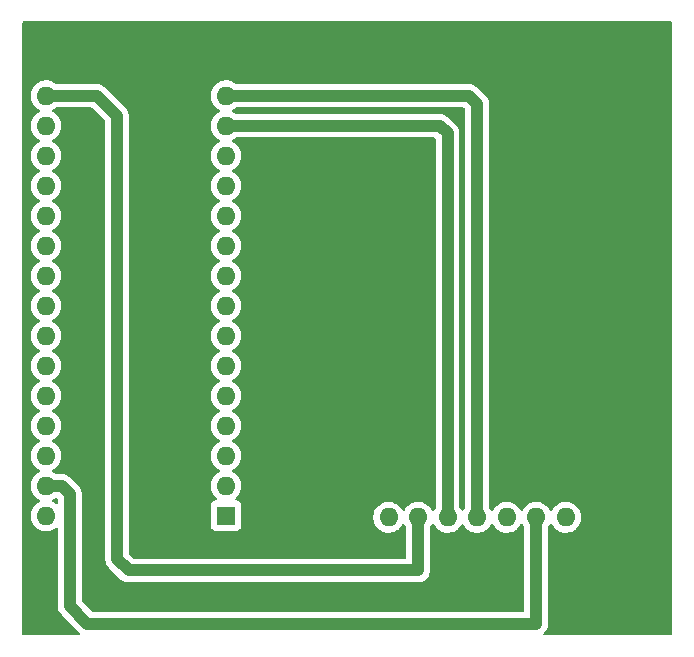
<source format=gbr>
%TF.GenerationSoftware,KiCad,Pcbnew,9.0.2-9.0.2-0~ubuntu22.04.1*%
%TF.CreationDate,2025-06-18T20:33:50+02:00*%
%TF.ProjectId,salaemcp,73616c61-656d-4637-902e-6b696361645f,rev?*%
%TF.SameCoordinates,Original*%
%TF.FileFunction,Copper,L2,Bot*%
%TF.FilePolarity,Positive*%
%FSLAX46Y46*%
G04 Gerber Fmt 4.6, Leading zero omitted, Abs format (unit mm)*
G04 Created by KiCad (PCBNEW 9.0.2-9.0.2-0~ubuntu22.04.1) date 2025-06-18 20:33:50*
%MOMM*%
%LPD*%
G01*
G04 APERTURE LIST*
%TA.AperFunction,ComponentPad*%
%ADD10O,1.600000X1.600000*%
%TD*%
%TA.AperFunction,ComponentPad*%
%ADD11R,1.600000X1.600000*%
%TD*%
%TA.AperFunction,Conductor*%
%ADD12C,1.000000*%
%TD*%
G04 APERTURE END LIST*
D10*
%TO.P,,2*%
%TO.N,N/C*%
X132500000Y-93000000D03*
%TD*%
%TO.P,,5*%
%TO.N,N/C*%
X140000000Y-93000000D03*
%TD*%
%TO.P,,4*%
%TO.N,N/C*%
X137500000Y-93000000D03*
%TD*%
%TO.P,,1*%
%TO.N,N/C*%
X130000000Y-93000000D03*
%TD*%
%TO.P,,6*%
%TO.N,N/C*%
X142500000Y-93000000D03*
%TD*%
%TO.P,,3*%
%TO.N,N/C*%
X135000000Y-93000000D03*
%TD*%
%TO.P,,7*%
%TO.N,N/C*%
X145000000Y-93000000D03*
%TD*%
D11*
%TO.P,REF\u002A\u002A,1*%
%TO.N,N/C*%
X116240000Y-92860000D03*
D10*
%TO.P,REF\u002A\u002A,2*%
X116240000Y-90320000D03*
%TO.P,REF\u002A\u002A,3*%
X116240000Y-87780000D03*
%TO.P,REF\u002A\u002A,4*%
X116240000Y-85240000D03*
%TO.P,REF\u002A\u002A,5*%
X116240000Y-82700000D03*
%TO.P,REF\u002A\u002A,6*%
X116240000Y-80160000D03*
%TO.P,REF\u002A\u002A,7*%
X116240000Y-77620000D03*
%TO.P,REF\u002A\u002A,8*%
X116240000Y-75080000D03*
%TO.P,REF\u002A\u002A,9*%
X116240000Y-72540000D03*
%TO.P,REF\u002A\u002A,10*%
X116240000Y-70000000D03*
%TO.P,REF\u002A\u002A,11*%
X116240000Y-67460000D03*
%TO.P,REF\u002A\u002A,12*%
X116240000Y-64920000D03*
%TO.P,REF\u002A\u002A,13*%
X116240000Y-62380000D03*
%TO.P,REF\u002A\u002A,14*%
X116240000Y-59840000D03*
%TO.P,REF\u002A\u002A,15*%
X116240000Y-57300000D03*
%TO.P,REF\u002A\u002A,16*%
X101000000Y-57300000D03*
%TO.P,REF\u002A\u002A,17*%
X101000000Y-59840000D03*
%TO.P,REF\u002A\u002A,18*%
X101000000Y-62380000D03*
%TO.P,REF\u002A\u002A,19*%
X101000000Y-64920000D03*
%TO.P,REF\u002A\u002A,20*%
X101000000Y-67460000D03*
%TO.P,REF\u002A\u002A,21*%
X101000000Y-70000000D03*
%TO.P,REF\u002A\u002A,22*%
X101000000Y-72540000D03*
%TO.P,REF\u002A\u002A,23*%
X101000000Y-75080000D03*
%TO.P,REF\u002A\u002A,24*%
X101000000Y-77620000D03*
%TO.P,REF\u002A\u002A,25*%
X101000000Y-80160000D03*
%TO.P,REF\u002A\u002A,26*%
X101000000Y-82700000D03*
%TO.P,REF\u002A\u002A,27*%
X101000000Y-85240000D03*
%TO.P,REF\u002A\u002A,28*%
X101000000Y-87780000D03*
%TO.P,REF\u002A\u002A,29*%
X101000000Y-90320000D03*
%TO.P,REF\u002A\u002A,30*%
X101000000Y-92860000D03*
%TD*%
D12*
%TO.N,*%
X132500000Y-97500000D02*
X108000000Y-97500000D01*
X137500000Y-58000000D02*
X136800000Y-57300000D01*
X103000000Y-91000000D02*
X102320000Y-90320000D01*
X135000000Y-60500000D02*
X134340000Y-59840000D01*
X134340000Y-59840000D02*
X116240000Y-59840000D01*
X104500000Y-102000000D02*
X103000000Y-100500000D01*
X102320000Y-90320000D02*
X101000000Y-90320000D01*
X103000000Y-100500000D02*
X103000000Y-91000000D01*
X137500000Y-93000000D02*
X137500000Y-58000000D01*
X107000000Y-96500000D02*
X107000000Y-59000000D01*
X142500000Y-93000000D02*
X142500000Y-102000000D01*
X136800000Y-57300000D02*
X116240000Y-57300000D01*
X135000000Y-93000000D02*
X135000000Y-60500000D01*
X108000000Y-97500000D02*
X107000000Y-96500000D01*
X142500000Y-102000000D02*
X104500000Y-102000000D01*
X132500000Y-93000000D02*
X132500000Y-97500000D01*
X107000000Y-59000000D02*
X105300000Y-57300000D01*
X105300000Y-57300000D02*
X101000000Y-57300000D01*
%TD*%
%TA.AperFunction,NonConductor*%
G36*
X101924259Y-91345594D02*
G01*
X101950965Y-91365885D01*
X101963181Y-91378101D01*
X101996666Y-91439424D01*
X101999500Y-91465782D01*
X101999500Y-91735308D01*
X101979815Y-91802347D01*
X101927011Y-91848102D01*
X101857853Y-91858046D01*
X101802615Y-91835627D01*
X101681609Y-91747712D01*
X101635546Y-91724242D01*
X101588917Y-91700483D01*
X101538123Y-91652511D01*
X101521328Y-91584690D01*
X101543865Y-91518555D01*
X101588917Y-91479516D01*
X101681610Y-91432287D01*
X101790399Y-91353248D01*
X101856205Y-91329768D01*
X101924259Y-91345594D01*
G37*
%TD.AperFunction*%
%TA.AperFunction,NonConductor*%
G36*
X136401257Y-58320185D02*
G01*
X136421899Y-58336819D01*
X136463181Y-58378101D01*
X136496666Y-58439424D01*
X136499500Y-58465782D01*
X136499500Y-92124237D01*
X136494316Y-92141890D01*
X136494143Y-92160291D01*
X136481382Y-92185938D01*
X136479815Y-92191276D01*
X136479179Y-92192256D01*
X136477551Y-92194737D01*
X136387713Y-92318390D01*
X136357407Y-92377867D01*
X136353679Y-92383551D01*
X136332024Y-92401960D01*
X136312510Y-92422623D01*
X136305752Y-92424296D01*
X136300447Y-92428807D01*
X136272273Y-92432586D01*
X136244688Y-92439418D01*
X136238097Y-92437172D01*
X136231197Y-92438098D01*
X136205454Y-92426047D01*
X136178554Y-92416880D01*
X136173560Y-92411117D01*
X136167918Y-92408476D01*
X136159014Y-92394329D01*
X136139516Y-92371828D01*
X136112286Y-92318388D01*
X136024182Y-92197122D01*
X136000702Y-92131316D01*
X136000500Y-92124237D01*
X136000500Y-60401456D01*
X135962052Y-60208170D01*
X135962051Y-60208169D01*
X135962051Y-60208165D01*
X135962049Y-60208160D01*
X135886635Y-60026092D01*
X135886628Y-60026079D01*
X135777139Y-59862218D01*
X135777136Y-59862214D01*
X135634686Y-59719764D01*
X135634655Y-59719735D01*
X135121479Y-59206559D01*
X135121459Y-59206537D01*
X134977785Y-59062863D01*
X134977781Y-59062860D01*
X134813920Y-58953371D01*
X134813911Y-58953366D01*
X134741315Y-58923296D01*
X134685165Y-58900038D01*
X134631836Y-58877949D01*
X134631832Y-58877948D01*
X134631828Y-58877946D01*
X134535188Y-58858724D01*
X134438544Y-58839500D01*
X134438541Y-58839500D01*
X117115762Y-58839500D01*
X117048723Y-58819815D01*
X117042877Y-58815818D01*
X116921613Y-58727715D01*
X116921612Y-58727714D01*
X116921610Y-58727713D01*
X116828917Y-58680483D01*
X116778123Y-58632511D01*
X116761328Y-58564690D01*
X116783865Y-58498555D01*
X116828917Y-58459516D01*
X116921610Y-58412287D01*
X117042877Y-58324181D01*
X117108683Y-58300702D01*
X117115762Y-58300500D01*
X136334218Y-58300500D01*
X136401257Y-58320185D01*
G37*
%TD.AperFunction*%
%TA.AperFunction,NonConductor*%
G36*
X104901257Y-58320185D02*
G01*
X104921899Y-58336819D01*
X105963181Y-59378101D01*
X105996666Y-59439424D01*
X105999500Y-59465782D01*
X105999500Y-96598541D01*
X105999500Y-96598543D01*
X105999499Y-96598543D01*
X106037947Y-96791829D01*
X106037950Y-96791839D01*
X106113364Y-96973907D01*
X106113371Y-96973920D01*
X106222859Y-97137780D01*
X106222860Y-97137781D01*
X106222861Y-97137782D01*
X106362218Y-97277139D01*
X106362219Y-97277139D01*
X106369286Y-97284206D01*
X106369285Y-97284206D01*
X106369289Y-97284209D01*
X107362215Y-98277137D01*
X107362219Y-98277140D01*
X107526079Y-98386628D01*
X107526085Y-98386631D01*
X107526086Y-98386632D01*
X107708165Y-98462052D01*
X107901455Y-98500500D01*
X107901458Y-98500501D01*
X107901460Y-98500501D01*
X108104655Y-98500501D01*
X108104675Y-98500500D01*
X132598543Y-98500500D01*
X132728582Y-98474632D01*
X132791835Y-98462051D01*
X132973914Y-98386632D01*
X133137782Y-98277139D01*
X133277139Y-98137782D01*
X133386632Y-97973914D01*
X133462051Y-97791835D01*
X133500500Y-97598541D01*
X133500500Y-93875761D01*
X133505683Y-93858107D01*
X133505857Y-93839707D01*
X133518618Y-93814057D01*
X133520185Y-93808722D01*
X133520821Y-93807742D01*
X133522440Y-93805272D01*
X133612287Y-93681610D01*
X133642594Y-93622127D01*
X133646321Y-93616448D01*
X133667973Y-93598040D01*
X133687490Y-93577376D01*
X133694248Y-93575702D01*
X133699554Y-93571192D01*
X133727724Y-93567412D01*
X133755311Y-93560581D01*
X133761901Y-93562826D01*
X133768803Y-93561901D01*
X133794541Y-93573949D01*
X133821446Y-93583118D01*
X133826440Y-93588882D01*
X133832082Y-93591523D01*
X133840984Y-93605666D01*
X133860485Y-93628172D01*
X133887715Y-93681613D01*
X134008028Y-93847213D01*
X134152786Y-93991971D01*
X134253607Y-94065220D01*
X134318390Y-94112287D01*
X134434607Y-94171503D01*
X134500776Y-94205218D01*
X134500778Y-94205218D01*
X134500781Y-94205220D01*
X134605137Y-94239127D01*
X134695465Y-94268477D01*
X134796557Y-94284488D01*
X134897648Y-94300500D01*
X134897649Y-94300500D01*
X135102351Y-94300500D01*
X135102352Y-94300500D01*
X135304534Y-94268477D01*
X135499219Y-94205220D01*
X135681610Y-94112287D01*
X135774590Y-94044732D01*
X135847213Y-93991971D01*
X135847215Y-93991968D01*
X135847219Y-93991966D01*
X135991966Y-93847219D01*
X135991968Y-93847215D01*
X135991971Y-93847213D01*
X136049898Y-93767482D01*
X136112287Y-93681610D01*
X136139515Y-93628171D01*
X136187490Y-93577376D01*
X136255311Y-93560581D01*
X136321446Y-93583118D01*
X136360485Y-93628172D01*
X136387715Y-93681613D01*
X136508028Y-93847213D01*
X136652786Y-93991971D01*
X136753607Y-94065220D01*
X136818390Y-94112287D01*
X136934607Y-94171503D01*
X137000776Y-94205218D01*
X137000778Y-94205218D01*
X137000781Y-94205220D01*
X137105137Y-94239127D01*
X137195465Y-94268477D01*
X137296557Y-94284488D01*
X137397648Y-94300500D01*
X137397649Y-94300500D01*
X137602351Y-94300500D01*
X137602352Y-94300500D01*
X137804534Y-94268477D01*
X137999219Y-94205220D01*
X138181610Y-94112287D01*
X138274590Y-94044732D01*
X138347213Y-93991971D01*
X138347215Y-93991968D01*
X138347219Y-93991966D01*
X138491966Y-93847219D01*
X138491968Y-93847215D01*
X138491971Y-93847213D01*
X138549898Y-93767482D01*
X138612287Y-93681610D01*
X138639515Y-93628171D01*
X138687490Y-93577376D01*
X138755311Y-93560581D01*
X138821446Y-93583118D01*
X138860485Y-93628172D01*
X138887715Y-93681613D01*
X139008028Y-93847213D01*
X139152786Y-93991971D01*
X139253607Y-94065220D01*
X139318390Y-94112287D01*
X139434607Y-94171503D01*
X139500776Y-94205218D01*
X139500778Y-94205218D01*
X139500781Y-94205220D01*
X139605137Y-94239127D01*
X139695465Y-94268477D01*
X139796557Y-94284488D01*
X139897648Y-94300500D01*
X139897649Y-94300500D01*
X140102351Y-94300500D01*
X140102352Y-94300500D01*
X140304534Y-94268477D01*
X140499219Y-94205220D01*
X140681610Y-94112287D01*
X140774590Y-94044732D01*
X140847213Y-93991971D01*
X140847215Y-93991968D01*
X140847219Y-93991966D01*
X140991966Y-93847219D01*
X140991968Y-93847215D01*
X140991971Y-93847213D01*
X141049898Y-93767482D01*
X141112287Y-93681610D01*
X141139515Y-93628171D01*
X141143481Y-93623971D01*
X141145057Y-93618414D01*
X141167202Y-93598856D01*
X141187490Y-93577376D01*
X141193097Y-93575987D01*
X141197428Y-93572163D01*
X141226634Y-93567682D01*
X141255311Y-93560581D01*
X141260778Y-93562444D01*
X141266490Y-93561568D01*
X141293479Y-93573587D01*
X141321446Y-93583118D01*
X141326414Y-93588255D01*
X141330316Y-93589993D01*
X141340238Y-93602550D01*
X141353679Y-93616448D01*
X141357405Y-93622127D01*
X141387713Y-93681610D01*
X141477559Y-93805272D01*
X141479179Y-93807742D01*
X141488507Y-93838439D01*
X141499298Y-93868681D01*
X141499463Y-93874492D01*
X141499494Y-93874592D01*
X141499469Y-93874679D01*
X141499500Y-93875761D01*
X141499500Y-100875500D01*
X141479815Y-100942539D01*
X141427011Y-100988294D01*
X141375500Y-100999500D01*
X104965783Y-100999500D01*
X104898744Y-100979815D01*
X104878102Y-100963181D01*
X104036819Y-100121898D01*
X104003334Y-100060575D01*
X104000500Y-100034217D01*
X104000500Y-90901456D01*
X103962052Y-90708170D01*
X103962051Y-90708169D01*
X103962051Y-90708165D01*
X103927410Y-90624534D01*
X103886635Y-90526092D01*
X103886628Y-90526079D01*
X103777139Y-90362218D01*
X103777136Y-90362214D01*
X103634686Y-90219764D01*
X103634655Y-90219735D01*
X103101479Y-89686559D01*
X103101459Y-89686537D01*
X102957785Y-89542863D01*
X102957781Y-89542860D01*
X102793920Y-89433371D01*
X102793911Y-89433366D01*
X102721315Y-89403296D01*
X102665165Y-89380038D01*
X102611836Y-89357949D01*
X102611832Y-89357948D01*
X102611828Y-89357946D01*
X102515188Y-89338724D01*
X102418544Y-89319500D01*
X102418541Y-89319500D01*
X101875762Y-89319500D01*
X101808723Y-89299815D01*
X101802877Y-89295818D01*
X101681613Y-89207715D01*
X101681612Y-89207714D01*
X101681610Y-89207713D01*
X101588917Y-89160483D01*
X101538123Y-89112511D01*
X101521328Y-89044690D01*
X101543865Y-88978555D01*
X101588917Y-88939516D01*
X101681610Y-88892287D01*
X101702770Y-88876913D01*
X101847213Y-88771971D01*
X101847215Y-88771968D01*
X101847219Y-88771966D01*
X101991966Y-88627219D01*
X101991968Y-88627215D01*
X101991971Y-88627213D01*
X102044732Y-88554590D01*
X102112287Y-88461610D01*
X102205220Y-88279219D01*
X102268477Y-88084534D01*
X102300500Y-87882352D01*
X102300500Y-87677648D01*
X102268477Y-87475466D01*
X102205220Y-87280781D01*
X102205218Y-87280778D01*
X102205218Y-87280776D01*
X102171503Y-87214607D01*
X102112287Y-87098390D01*
X102104556Y-87087749D01*
X101991971Y-86932786D01*
X101847213Y-86788028D01*
X101681614Y-86667715D01*
X101675006Y-86664348D01*
X101588917Y-86620483D01*
X101538123Y-86572511D01*
X101521328Y-86504690D01*
X101543865Y-86438555D01*
X101588917Y-86399516D01*
X101681610Y-86352287D01*
X101702770Y-86336913D01*
X101847213Y-86231971D01*
X101847215Y-86231968D01*
X101847219Y-86231966D01*
X101991966Y-86087219D01*
X101991968Y-86087215D01*
X101991971Y-86087213D01*
X102044732Y-86014590D01*
X102112287Y-85921610D01*
X102205220Y-85739219D01*
X102268477Y-85544534D01*
X102300500Y-85342352D01*
X102300500Y-85137648D01*
X102268477Y-84935466D01*
X102205220Y-84740781D01*
X102205218Y-84740778D01*
X102205218Y-84740776D01*
X102171503Y-84674607D01*
X102112287Y-84558390D01*
X102104556Y-84547749D01*
X101991971Y-84392786D01*
X101847213Y-84248028D01*
X101681614Y-84127715D01*
X101675006Y-84124348D01*
X101588917Y-84080483D01*
X101538123Y-84032511D01*
X101521328Y-83964690D01*
X101543865Y-83898555D01*
X101588917Y-83859516D01*
X101681610Y-83812287D01*
X101702770Y-83796913D01*
X101847213Y-83691971D01*
X101847215Y-83691968D01*
X101847219Y-83691966D01*
X101991966Y-83547219D01*
X101991968Y-83547215D01*
X101991971Y-83547213D01*
X102044732Y-83474590D01*
X102112287Y-83381610D01*
X102205220Y-83199219D01*
X102268477Y-83004534D01*
X102300500Y-82802352D01*
X102300500Y-82597648D01*
X102268477Y-82395466D01*
X102205220Y-82200781D01*
X102205218Y-82200778D01*
X102205218Y-82200776D01*
X102171503Y-82134607D01*
X102112287Y-82018390D01*
X102104556Y-82007749D01*
X101991971Y-81852786D01*
X101847213Y-81708028D01*
X101681614Y-81587715D01*
X101675006Y-81584348D01*
X101588917Y-81540483D01*
X101538123Y-81492511D01*
X101521328Y-81424690D01*
X101543865Y-81358555D01*
X101588917Y-81319516D01*
X101681610Y-81272287D01*
X101702770Y-81256913D01*
X101847213Y-81151971D01*
X101847215Y-81151968D01*
X101847219Y-81151966D01*
X101991966Y-81007219D01*
X101991968Y-81007215D01*
X101991971Y-81007213D01*
X102044732Y-80934590D01*
X102112287Y-80841610D01*
X102205220Y-80659219D01*
X102268477Y-80464534D01*
X102300500Y-80262352D01*
X102300500Y-80057648D01*
X102268477Y-79855466D01*
X102205220Y-79660781D01*
X102205218Y-79660778D01*
X102205218Y-79660776D01*
X102171503Y-79594607D01*
X102112287Y-79478390D01*
X102104556Y-79467749D01*
X101991971Y-79312786D01*
X101847213Y-79168028D01*
X101681614Y-79047715D01*
X101675006Y-79044348D01*
X101588917Y-79000483D01*
X101538123Y-78952511D01*
X101521328Y-78884690D01*
X101543865Y-78818555D01*
X101588917Y-78779516D01*
X101681610Y-78732287D01*
X101702770Y-78716913D01*
X101847213Y-78611971D01*
X101847215Y-78611968D01*
X101847219Y-78611966D01*
X101991966Y-78467219D01*
X101991968Y-78467215D01*
X101991971Y-78467213D01*
X102044732Y-78394590D01*
X102112287Y-78301610D01*
X102205220Y-78119219D01*
X102268477Y-77924534D01*
X102300500Y-77722352D01*
X102300500Y-77517648D01*
X102268477Y-77315466D01*
X102205220Y-77120781D01*
X102205218Y-77120778D01*
X102205218Y-77120776D01*
X102171503Y-77054607D01*
X102112287Y-76938390D01*
X102104556Y-76927749D01*
X101991971Y-76772786D01*
X101847213Y-76628028D01*
X101681614Y-76507715D01*
X101675006Y-76504348D01*
X101588917Y-76460483D01*
X101538123Y-76412511D01*
X101521328Y-76344690D01*
X101543865Y-76278555D01*
X101588917Y-76239516D01*
X101681610Y-76192287D01*
X101702770Y-76176913D01*
X101847213Y-76071971D01*
X101847215Y-76071968D01*
X101847219Y-76071966D01*
X101991966Y-75927219D01*
X101991968Y-75927215D01*
X101991971Y-75927213D01*
X102044732Y-75854590D01*
X102112287Y-75761610D01*
X102205220Y-75579219D01*
X102268477Y-75384534D01*
X102300500Y-75182352D01*
X102300500Y-74977648D01*
X102268477Y-74775466D01*
X102205220Y-74580781D01*
X102205218Y-74580778D01*
X102205218Y-74580776D01*
X102171503Y-74514607D01*
X102112287Y-74398390D01*
X102104556Y-74387749D01*
X101991971Y-74232786D01*
X101847213Y-74088028D01*
X101681614Y-73967715D01*
X101675006Y-73964348D01*
X101588917Y-73920483D01*
X101538123Y-73872511D01*
X101521328Y-73804690D01*
X101543865Y-73738555D01*
X101588917Y-73699516D01*
X101681610Y-73652287D01*
X101702770Y-73636913D01*
X101847213Y-73531971D01*
X101847215Y-73531968D01*
X101847219Y-73531966D01*
X101991966Y-73387219D01*
X101991968Y-73387215D01*
X101991971Y-73387213D01*
X102044732Y-73314590D01*
X102112287Y-73221610D01*
X102205220Y-73039219D01*
X102268477Y-72844534D01*
X102300500Y-72642352D01*
X102300500Y-72437648D01*
X102268477Y-72235466D01*
X102205220Y-72040781D01*
X102205218Y-72040778D01*
X102205218Y-72040776D01*
X102171503Y-71974607D01*
X102112287Y-71858390D01*
X102104556Y-71847749D01*
X101991971Y-71692786D01*
X101847213Y-71548028D01*
X101681614Y-71427715D01*
X101675006Y-71424348D01*
X101588917Y-71380483D01*
X101538123Y-71332511D01*
X101521328Y-71264690D01*
X101543865Y-71198555D01*
X101588917Y-71159516D01*
X101681610Y-71112287D01*
X101702770Y-71096913D01*
X101847213Y-70991971D01*
X101847215Y-70991968D01*
X101847219Y-70991966D01*
X101991966Y-70847219D01*
X101991968Y-70847215D01*
X101991971Y-70847213D01*
X102044732Y-70774590D01*
X102112287Y-70681610D01*
X102205220Y-70499219D01*
X102268477Y-70304534D01*
X102300500Y-70102352D01*
X102300500Y-69897648D01*
X102268477Y-69695466D01*
X102205220Y-69500781D01*
X102205218Y-69500778D01*
X102205218Y-69500776D01*
X102171503Y-69434607D01*
X102112287Y-69318390D01*
X102104556Y-69307749D01*
X101991971Y-69152786D01*
X101847213Y-69008028D01*
X101681614Y-68887715D01*
X101675006Y-68884348D01*
X101588917Y-68840483D01*
X101538123Y-68792511D01*
X101521328Y-68724690D01*
X101543865Y-68658555D01*
X101588917Y-68619516D01*
X101681610Y-68572287D01*
X101702770Y-68556913D01*
X101847213Y-68451971D01*
X101847215Y-68451968D01*
X101847219Y-68451966D01*
X101991966Y-68307219D01*
X101991968Y-68307215D01*
X101991971Y-68307213D01*
X102044732Y-68234590D01*
X102112287Y-68141610D01*
X102205220Y-67959219D01*
X102268477Y-67764534D01*
X102300500Y-67562352D01*
X102300500Y-67357648D01*
X102268477Y-67155466D01*
X102205220Y-66960781D01*
X102205218Y-66960778D01*
X102205218Y-66960776D01*
X102171503Y-66894607D01*
X102112287Y-66778390D01*
X102104556Y-66767749D01*
X101991971Y-66612786D01*
X101847213Y-66468028D01*
X101681614Y-66347715D01*
X101675006Y-66344348D01*
X101588917Y-66300483D01*
X101538123Y-66252511D01*
X101521328Y-66184690D01*
X101543865Y-66118555D01*
X101588917Y-66079516D01*
X101681610Y-66032287D01*
X101702770Y-66016913D01*
X101847213Y-65911971D01*
X101847215Y-65911968D01*
X101847219Y-65911966D01*
X101991966Y-65767219D01*
X101991968Y-65767215D01*
X101991971Y-65767213D01*
X102044732Y-65694590D01*
X102112287Y-65601610D01*
X102205220Y-65419219D01*
X102268477Y-65224534D01*
X102300500Y-65022352D01*
X102300500Y-64817648D01*
X102268477Y-64615466D01*
X102205220Y-64420781D01*
X102205218Y-64420778D01*
X102205218Y-64420776D01*
X102171503Y-64354607D01*
X102112287Y-64238390D01*
X102104556Y-64227749D01*
X101991971Y-64072786D01*
X101847213Y-63928028D01*
X101681614Y-63807715D01*
X101675006Y-63804348D01*
X101588917Y-63760483D01*
X101538123Y-63712511D01*
X101521328Y-63644690D01*
X101543865Y-63578555D01*
X101588917Y-63539516D01*
X101681610Y-63492287D01*
X101702770Y-63476913D01*
X101847213Y-63371971D01*
X101847215Y-63371968D01*
X101847219Y-63371966D01*
X101991966Y-63227219D01*
X101991968Y-63227215D01*
X101991971Y-63227213D01*
X102044732Y-63154590D01*
X102112287Y-63061610D01*
X102205220Y-62879219D01*
X102268477Y-62684534D01*
X102300500Y-62482352D01*
X102300500Y-62277648D01*
X102268477Y-62075466D01*
X102205220Y-61880781D01*
X102205218Y-61880778D01*
X102205218Y-61880776D01*
X102171503Y-61814607D01*
X102112287Y-61698390D01*
X102104556Y-61687749D01*
X101991971Y-61532786D01*
X101847213Y-61388028D01*
X101681614Y-61267715D01*
X101675006Y-61264348D01*
X101588917Y-61220483D01*
X101538123Y-61172511D01*
X101521328Y-61104690D01*
X101543865Y-61038555D01*
X101588917Y-60999516D01*
X101681610Y-60952287D01*
X101733730Y-60914420D01*
X101847213Y-60831971D01*
X101847215Y-60831968D01*
X101847219Y-60831966D01*
X101991966Y-60687219D01*
X101991968Y-60687215D01*
X101991971Y-60687213D01*
X102044732Y-60614590D01*
X102112287Y-60521610D01*
X102205220Y-60339219D01*
X102268477Y-60144534D01*
X102300500Y-59942352D01*
X102300500Y-59737648D01*
X102268477Y-59535466D01*
X102205220Y-59340781D01*
X102205218Y-59340778D01*
X102205218Y-59340776D01*
X102136819Y-59206537D01*
X102112287Y-59158390D01*
X102104556Y-59147749D01*
X101991971Y-58992786D01*
X101847213Y-58848028D01*
X101681614Y-58727715D01*
X101643243Y-58708164D01*
X101588917Y-58680483D01*
X101538123Y-58632511D01*
X101521328Y-58564690D01*
X101543865Y-58498555D01*
X101588917Y-58459516D01*
X101681610Y-58412287D01*
X101802877Y-58324181D01*
X101868683Y-58300702D01*
X101875762Y-58300500D01*
X104834218Y-58300500D01*
X104901257Y-58320185D01*
G37*
%TD.AperFunction*%
%TA.AperFunction,NonConductor*%
G36*
X153942539Y-51020185D02*
G01*
X153988294Y-51072989D01*
X153999500Y-51124500D01*
X153999500Y-102875500D01*
X153979815Y-102942539D01*
X153927011Y-102988294D01*
X153875500Y-102999500D01*
X143213392Y-102999500D01*
X143146353Y-102979815D01*
X143100598Y-102927011D01*
X143090654Y-102857853D01*
X143119679Y-102794297D01*
X143134725Y-102779648D01*
X143137776Y-102777142D01*
X143137782Y-102777139D01*
X143277139Y-102637782D01*
X143386632Y-102473914D01*
X143462051Y-102291835D01*
X143500500Y-102098541D01*
X143500500Y-93875761D01*
X143505683Y-93858107D01*
X143505857Y-93839707D01*
X143518618Y-93814057D01*
X143520185Y-93808722D01*
X143520821Y-93807742D01*
X143522440Y-93805272D01*
X143612287Y-93681610D01*
X143642594Y-93622127D01*
X143646321Y-93616448D01*
X143667973Y-93598040D01*
X143687490Y-93577376D01*
X143694248Y-93575702D01*
X143699554Y-93571192D01*
X143727724Y-93567412D01*
X143755311Y-93560581D01*
X143761901Y-93562826D01*
X143768803Y-93561901D01*
X143794541Y-93573949D01*
X143821446Y-93583118D01*
X143826440Y-93588882D01*
X143832082Y-93591523D01*
X143840984Y-93605666D01*
X143860485Y-93628172D01*
X143887715Y-93681613D01*
X144008028Y-93847213D01*
X144152786Y-93991971D01*
X144253607Y-94065220D01*
X144318390Y-94112287D01*
X144434607Y-94171503D01*
X144500776Y-94205218D01*
X144500778Y-94205218D01*
X144500781Y-94205220D01*
X144605137Y-94239127D01*
X144695465Y-94268477D01*
X144796557Y-94284488D01*
X144897648Y-94300500D01*
X144897649Y-94300500D01*
X145102351Y-94300500D01*
X145102352Y-94300500D01*
X145304534Y-94268477D01*
X145499219Y-94205220D01*
X145681610Y-94112287D01*
X145774590Y-94044732D01*
X145847213Y-93991971D01*
X145847215Y-93991968D01*
X145847219Y-93991966D01*
X145991966Y-93847219D01*
X145991968Y-93847215D01*
X145991971Y-93847213D01*
X146049898Y-93767482D01*
X146112287Y-93681610D01*
X146205220Y-93499219D01*
X146268477Y-93304534D01*
X146300500Y-93102352D01*
X146300500Y-92897648D01*
X146268477Y-92695466D01*
X146205220Y-92500781D01*
X146205218Y-92500778D01*
X146205218Y-92500776D01*
X146168053Y-92427836D01*
X146112287Y-92318390D01*
X146104556Y-92307749D01*
X145991971Y-92152786D01*
X145847213Y-92008028D01*
X145681613Y-91887715D01*
X145681612Y-91887714D01*
X145681610Y-91887713D01*
X145579386Y-91835627D01*
X145499223Y-91794781D01*
X145304534Y-91731522D01*
X145121009Y-91702455D01*
X145102352Y-91699500D01*
X144897648Y-91699500D01*
X144878991Y-91702455D01*
X144695465Y-91731522D01*
X144500776Y-91794781D01*
X144318386Y-91887715D01*
X144152786Y-92008028D01*
X144008028Y-92152786D01*
X143887713Y-92318388D01*
X143860484Y-92371828D01*
X143812510Y-92422623D01*
X143744688Y-92439418D01*
X143678554Y-92416880D01*
X143639516Y-92371828D01*
X143612286Y-92318388D01*
X143491971Y-92152786D01*
X143347213Y-92008028D01*
X143181613Y-91887715D01*
X143181612Y-91887714D01*
X143181610Y-91887713D01*
X143079386Y-91835627D01*
X142999223Y-91794781D01*
X142804534Y-91731522D01*
X142621009Y-91702455D01*
X142602352Y-91699500D01*
X142397648Y-91699500D01*
X142378991Y-91702455D01*
X142195465Y-91731522D01*
X142000776Y-91794781D01*
X141818386Y-91887715D01*
X141652786Y-92008028D01*
X141508028Y-92152786D01*
X141387713Y-92318388D01*
X141360484Y-92371828D01*
X141312510Y-92422623D01*
X141244688Y-92439418D01*
X141178554Y-92416880D01*
X141139516Y-92371828D01*
X141112286Y-92318388D01*
X140991971Y-92152786D01*
X140847213Y-92008028D01*
X140681613Y-91887715D01*
X140681612Y-91887714D01*
X140681610Y-91887713D01*
X140579386Y-91835627D01*
X140499223Y-91794781D01*
X140304534Y-91731522D01*
X140121009Y-91702455D01*
X140102352Y-91699500D01*
X139897648Y-91699500D01*
X139878991Y-91702455D01*
X139695465Y-91731522D01*
X139500776Y-91794781D01*
X139318386Y-91887715D01*
X139152786Y-92008028D01*
X139008028Y-92152786D01*
X138887713Y-92318388D01*
X138860484Y-92371828D01*
X138856517Y-92376028D01*
X138854942Y-92381586D01*
X138832796Y-92401143D01*
X138812510Y-92422623D01*
X138806902Y-92424011D01*
X138802572Y-92427836D01*
X138773363Y-92432316D01*
X138744688Y-92439418D01*
X138739220Y-92437554D01*
X138733510Y-92438431D01*
X138706516Y-92426409D01*
X138678554Y-92416880D01*
X138673587Y-92411744D01*
X138669684Y-92410006D01*
X138659759Y-92397446D01*
X138646321Y-92383551D01*
X138642592Y-92377867D01*
X138612287Y-92318390D01*
X138522448Y-92194737D01*
X138520821Y-92192256D01*
X138511491Y-92161554D01*
X138500702Y-92131316D01*
X138500536Y-92125504D01*
X138500506Y-92125405D01*
X138500530Y-92125317D01*
X138500500Y-92124237D01*
X138500500Y-57901456D01*
X138481514Y-57806013D01*
X138480163Y-57799219D01*
X138462051Y-57708164D01*
X138413866Y-57591835D01*
X138403077Y-57565788D01*
X138386635Y-57526092D01*
X138386628Y-57526079D01*
X138277140Y-57362219D01*
X138277139Y-57362218D01*
X138137782Y-57222861D01*
X138137781Y-57222860D01*
X137584208Y-56669288D01*
X137584206Y-56669285D01*
X137584206Y-56669286D01*
X137577139Y-56662219D01*
X137577139Y-56662218D01*
X137437782Y-56522861D01*
X137437781Y-56522860D01*
X137437780Y-56522859D01*
X137273920Y-56413371D01*
X137273911Y-56413366D01*
X137201315Y-56383296D01*
X137145165Y-56360038D01*
X137091836Y-56337949D01*
X137091832Y-56337948D01*
X137091828Y-56337946D01*
X136995188Y-56318724D01*
X136898544Y-56299500D01*
X136898541Y-56299500D01*
X117115762Y-56299500D01*
X117048723Y-56279815D01*
X117042877Y-56275818D01*
X116921613Y-56187715D01*
X116921612Y-56187714D01*
X116921610Y-56187713D01*
X116864653Y-56158691D01*
X116739223Y-56094781D01*
X116544534Y-56031522D01*
X116369995Y-56003878D01*
X116342352Y-55999500D01*
X116137648Y-55999500D01*
X116113329Y-56003351D01*
X115935465Y-56031522D01*
X115740776Y-56094781D01*
X115558386Y-56187715D01*
X115392786Y-56308028D01*
X115248028Y-56452786D01*
X115127715Y-56618386D01*
X115034781Y-56800776D01*
X114971522Y-56995465D01*
X114939500Y-57197648D01*
X114939500Y-57402351D01*
X114971522Y-57604534D01*
X115034781Y-57799223D01*
X115127715Y-57981613D01*
X115248028Y-58147213D01*
X115392786Y-58291971D01*
X115547749Y-58404556D01*
X115558390Y-58412287D01*
X115649840Y-58458883D01*
X115651080Y-58459515D01*
X115701876Y-58507490D01*
X115718671Y-58575311D01*
X115696134Y-58641446D01*
X115651080Y-58680485D01*
X115558386Y-58727715D01*
X115392786Y-58848028D01*
X115248028Y-58992786D01*
X115127715Y-59158386D01*
X115034781Y-59340776D01*
X114971522Y-59535465D01*
X114939500Y-59737648D01*
X114939500Y-59942351D01*
X114971522Y-60144534D01*
X115034781Y-60339223D01*
X115127715Y-60521613D01*
X115248028Y-60687213D01*
X115392786Y-60831971D01*
X115506270Y-60914420D01*
X115558390Y-60952287D01*
X115649840Y-60998883D01*
X115651080Y-60999515D01*
X115701876Y-61047490D01*
X115718671Y-61115311D01*
X115696134Y-61181446D01*
X115651080Y-61220485D01*
X115558386Y-61267715D01*
X115392786Y-61388028D01*
X115248028Y-61532786D01*
X115127715Y-61698386D01*
X115034781Y-61880776D01*
X114971522Y-62075465D01*
X114939500Y-62277648D01*
X114939500Y-62482351D01*
X114971522Y-62684534D01*
X115034781Y-62879223D01*
X115127715Y-63061613D01*
X115248028Y-63227213D01*
X115392786Y-63371971D01*
X115547749Y-63484556D01*
X115558390Y-63492287D01*
X115649840Y-63538883D01*
X115651080Y-63539515D01*
X115701876Y-63587490D01*
X115718671Y-63655311D01*
X115696134Y-63721446D01*
X115651080Y-63760485D01*
X115558386Y-63807715D01*
X115392786Y-63928028D01*
X115248028Y-64072786D01*
X115127715Y-64238386D01*
X115034781Y-64420776D01*
X114971522Y-64615465D01*
X114939500Y-64817648D01*
X114939500Y-65022351D01*
X114971522Y-65224534D01*
X115034781Y-65419223D01*
X115127715Y-65601613D01*
X115248028Y-65767213D01*
X115392786Y-65911971D01*
X115547749Y-66024556D01*
X115558390Y-66032287D01*
X115649840Y-66078883D01*
X115651080Y-66079515D01*
X115701876Y-66127490D01*
X115718671Y-66195311D01*
X115696134Y-66261446D01*
X115651080Y-66300485D01*
X115558386Y-66347715D01*
X115392786Y-66468028D01*
X115248028Y-66612786D01*
X115127715Y-66778386D01*
X115034781Y-66960776D01*
X114971522Y-67155465D01*
X114939500Y-67357648D01*
X114939500Y-67562351D01*
X114971522Y-67764534D01*
X115034781Y-67959223D01*
X115127715Y-68141613D01*
X115248028Y-68307213D01*
X115392786Y-68451971D01*
X115547749Y-68564556D01*
X115558390Y-68572287D01*
X115649840Y-68618883D01*
X115651080Y-68619515D01*
X115701876Y-68667490D01*
X115718671Y-68735311D01*
X115696134Y-68801446D01*
X115651080Y-68840485D01*
X115558386Y-68887715D01*
X115392786Y-69008028D01*
X115248028Y-69152786D01*
X115127715Y-69318386D01*
X115034781Y-69500776D01*
X114971522Y-69695465D01*
X114939500Y-69897648D01*
X114939500Y-70102351D01*
X114971522Y-70304534D01*
X115034781Y-70499223D01*
X115127715Y-70681613D01*
X115248028Y-70847213D01*
X115392786Y-70991971D01*
X115547749Y-71104556D01*
X115558390Y-71112287D01*
X115649840Y-71158883D01*
X115651080Y-71159515D01*
X115701876Y-71207490D01*
X115718671Y-71275311D01*
X115696134Y-71341446D01*
X115651080Y-71380485D01*
X115558386Y-71427715D01*
X115392786Y-71548028D01*
X115248028Y-71692786D01*
X115127715Y-71858386D01*
X115034781Y-72040776D01*
X114971522Y-72235465D01*
X114939500Y-72437648D01*
X114939500Y-72642351D01*
X114971522Y-72844534D01*
X115034781Y-73039223D01*
X115127715Y-73221613D01*
X115248028Y-73387213D01*
X115392786Y-73531971D01*
X115547749Y-73644556D01*
X115558390Y-73652287D01*
X115649840Y-73698883D01*
X115651080Y-73699515D01*
X115701876Y-73747490D01*
X115718671Y-73815311D01*
X115696134Y-73881446D01*
X115651080Y-73920485D01*
X115558386Y-73967715D01*
X115392786Y-74088028D01*
X115248028Y-74232786D01*
X115127715Y-74398386D01*
X115034781Y-74580776D01*
X114971522Y-74775465D01*
X114939500Y-74977648D01*
X114939500Y-75182351D01*
X114971522Y-75384534D01*
X115034781Y-75579223D01*
X115127715Y-75761613D01*
X115248028Y-75927213D01*
X115392786Y-76071971D01*
X115547749Y-76184556D01*
X115558390Y-76192287D01*
X115649840Y-76238883D01*
X115651080Y-76239515D01*
X115701876Y-76287490D01*
X115718671Y-76355311D01*
X115696134Y-76421446D01*
X115651080Y-76460485D01*
X115558386Y-76507715D01*
X115392786Y-76628028D01*
X115248028Y-76772786D01*
X115127715Y-76938386D01*
X115034781Y-77120776D01*
X114971522Y-77315465D01*
X114939500Y-77517648D01*
X114939500Y-77722351D01*
X114971522Y-77924534D01*
X115034781Y-78119223D01*
X115127715Y-78301613D01*
X115248028Y-78467213D01*
X115392786Y-78611971D01*
X115547749Y-78724556D01*
X115558390Y-78732287D01*
X115649840Y-78778883D01*
X115651080Y-78779515D01*
X115701876Y-78827490D01*
X115718671Y-78895311D01*
X115696134Y-78961446D01*
X115651080Y-79000485D01*
X115558386Y-79047715D01*
X115392786Y-79168028D01*
X115248028Y-79312786D01*
X115127715Y-79478386D01*
X115034781Y-79660776D01*
X114971522Y-79855465D01*
X114939500Y-80057648D01*
X114939500Y-80262351D01*
X114971522Y-80464534D01*
X115034781Y-80659223D01*
X115127715Y-80841613D01*
X115248028Y-81007213D01*
X115392786Y-81151971D01*
X115547749Y-81264556D01*
X115558390Y-81272287D01*
X115649840Y-81318883D01*
X115651080Y-81319515D01*
X115701876Y-81367490D01*
X115718671Y-81435311D01*
X115696134Y-81501446D01*
X115651080Y-81540485D01*
X115558386Y-81587715D01*
X115392786Y-81708028D01*
X115248028Y-81852786D01*
X115127715Y-82018386D01*
X115034781Y-82200776D01*
X114971522Y-82395465D01*
X114939500Y-82597648D01*
X114939500Y-82802351D01*
X114971522Y-83004534D01*
X115034781Y-83199223D01*
X115127715Y-83381613D01*
X115248028Y-83547213D01*
X115392786Y-83691971D01*
X115547749Y-83804556D01*
X115558390Y-83812287D01*
X115649840Y-83858883D01*
X115651080Y-83859515D01*
X115701876Y-83907490D01*
X115718671Y-83975311D01*
X115696134Y-84041446D01*
X115651080Y-84080485D01*
X115558386Y-84127715D01*
X115392786Y-84248028D01*
X115248028Y-84392786D01*
X115127715Y-84558386D01*
X115034781Y-84740776D01*
X114971522Y-84935465D01*
X114939500Y-85137648D01*
X114939500Y-85342351D01*
X114971522Y-85544534D01*
X115034781Y-85739223D01*
X115127715Y-85921613D01*
X115248028Y-86087213D01*
X115392786Y-86231971D01*
X115547749Y-86344556D01*
X115558390Y-86352287D01*
X115649840Y-86398883D01*
X115651080Y-86399515D01*
X115701876Y-86447490D01*
X115718671Y-86515311D01*
X115696134Y-86581446D01*
X115651080Y-86620485D01*
X115558386Y-86667715D01*
X115392786Y-86788028D01*
X115248028Y-86932786D01*
X115127715Y-87098386D01*
X115034781Y-87280776D01*
X114971522Y-87475465D01*
X114939500Y-87677648D01*
X114939500Y-87882351D01*
X114971522Y-88084534D01*
X115034781Y-88279223D01*
X115127715Y-88461613D01*
X115248028Y-88627213D01*
X115392786Y-88771971D01*
X115547749Y-88884556D01*
X115558390Y-88892287D01*
X115649840Y-88938883D01*
X115651080Y-88939515D01*
X115701876Y-88987490D01*
X115718671Y-89055311D01*
X115696134Y-89121446D01*
X115651080Y-89160485D01*
X115558386Y-89207715D01*
X115392786Y-89328028D01*
X115248028Y-89472786D01*
X115127715Y-89638386D01*
X115034781Y-89820776D01*
X114971522Y-90015465D01*
X114939500Y-90217648D01*
X114939500Y-90422351D01*
X114971522Y-90624534D01*
X115034781Y-90819223D01*
X115127715Y-91001613D01*
X115248028Y-91167213D01*
X115392784Y-91311969D01*
X115429068Y-91338330D01*
X115471735Y-91393659D01*
X115477715Y-91463273D01*
X115445109Y-91525068D01*
X115384271Y-91559426D01*
X115369440Y-91561938D01*
X115332519Y-91565907D01*
X115197671Y-91616202D01*
X115197664Y-91616206D01*
X115082455Y-91702452D01*
X115082452Y-91702455D01*
X114996206Y-91817664D01*
X114996202Y-91817671D01*
X114945908Y-91952517D01*
X114939940Y-92008034D01*
X114939501Y-92012123D01*
X114939500Y-92012135D01*
X114939500Y-93707870D01*
X114939501Y-93707876D01*
X114945908Y-93767483D01*
X114996202Y-93902328D01*
X114996206Y-93902335D01*
X115082452Y-94017544D01*
X115082455Y-94017547D01*
X115197664Y-94103793D01*
X115197671Y-94103797D01*
X115332517Y-94154091D01*
X115332516Y-94154091D01*
X115339444Y-94154835D01*
X115392127Y-94160500D01*
X117087872Y-94160499D01*
X117147483Y-94154091D01*
X117282331Y-94103796D01*
X117397546Y-94017546D01*
X117483796Y-93902331D01*
X117534091Y-93767483D01*
X117540500Y-93707873D01*
X117540499Y-92012128D01*
X117534091Y-91952517D01*
X117509921Y-91887715D01*
X117483797Y-91817671D01*
X117483793Y-91817664D01*
X117397547Y-91702455D01*
X117397544Y-91702452D01*
X117282335Y-91616206D01*
X117282328Y-91616202D01*
X117147482Y-91565908D01*
X117147483Y-91565908D01*
X117110560Y-91561939D01*
X117046009Y-91535201D01*
X117006160Y-91477809D01*
X117003667Y-91407984D01*
X117039319Y-91347895D01*
X117050930Y-91338331D01*
X117087219Y-91311966D01*
X117231966Y-91167219D01*
X117231968Y-91167215D01*
X117231971Y-91167213D01*
X117284732Y-91094590D01*
X117352287Y-91001610D01*
X117445220Y-90819219D01*
X117508477Y-90624534D01*
X117540500Y-90422352D01*
X117540500Y-90217648D01*
X117508477Y-90015466D01*
X117445220Y-89820781D01*
X117445218Y-89820778D01*
X117445218Y-89820776D01*
X117376819Y-89686537D01*
X117352287Y-89638390D01*
X117344556Y-89627749D01*
X117231971Y-89472786D01*
X117087213Y-89328028D01*
X116921614Y-89207715D01*
X116915006Y-89204348D01*
X116828917Y-89160483D01*
X116778123Y-89112511D01*
X116761328Y-89044690D01*
X116783865Y-88978555D01*
X116828917Y-88939516D01*
X116921610Y-88892287D01*
X116942770Y-88876913D01*
X117087213Y-88771971D01*
X117087215Y-88771968D01*
X117087219Y-88771966D01*
X117231966Y-88627219D01*
X117231968Y-88627215D01*
X117231971Y-88627213D01*
X117284732Y-88554590D01*
X117352287Y-88461610D01*
X117445220Y-88279219D01*
X117508477Y-88084534D01*
X117540500Y-87882352D01*
X117540500Y-87677648D01*
X117508477Y-87475466D01*
X117445220Y-87280781D01*
X117445218Y-87280778D01*
X117445218Y-87280776D01*
X117411503Y-87214607D01*
X117352287Y-87098390D01*
X117344556Y-87087749D01*
X117231971Y-86932786D01*
X117087213Y-86788028D01*
X116921614Y-86667715D01*
X116915006Y-86664348D01*
X116828917Y-86620483D01*
X116778123Y-86572511D01*
X116761328Y-86504690D01*
X116783865Y-86438555D01*
X116828917Y-86399516D01*
X116921610Y-86352287D01*
X116942770Y-86336913D01*
X117087213Y-86231971D01*
X117087215Y-86231968D01*
X117087219Y-86231966D01*
X117231966Y-86087219D01*
X117231968Y-86087215D01*
X117231971Y-86087213D01*
X117284732Y-86014590D01*
X117352287Y-85921610D01*
X117445220Y-85739219D01*
X117508477Y-85544534D01*
X117540500Y-85342352D01*
X117540500Y-85137648D01*
X117508477Y-84935466D01*
X117445220Y-84740781D01*
X117445218Y-84740778D01*
X117445218Y-84740776D01*
X117411503Y-84674607D01*
X117352287Y-84558390D01*
X117344556Y-84547749D01*
X117231971Y-84392786D01*
X117087213Y-84248028D01*
X116921614Y-84127715D01*
X116915006Y-84124348D01*
X116828917Y-84080483D01*
X116778123Y-84032511D01*
X116761328Y-83964690D01*
X116783865Y-83898555D01*
X116828917Y-83859516D01*
X116921610Y-83812287D01*
X116942770Y-83796913D01*
X117087213Y-83691971D01*
X117087215Y-83691968D01*
X117087219Y-83691966D01*
X117231966Y-83547219D01*
X117231968Y-83547215D01*
X117231971Y-83547213D01*
X117284732Y-83474590D01*
X117352287Y-83381610D01*
X117445220Y-83199219D01*
X117508477Y-83004534D01*
X117540500Y-82802352D01*
X117540500Y-82597648D01*
X117508477Y-82395466D01*
X117445220Y-82200781D01*
X117445218Y-82200778D01*
X117445218Y-82200776D01*
X117411503Y-82134607D01*
X117352287Y-82018390D01*
X117344556Y-82007749D01*
X117231971Y-81852786D01*
X117087213Y-81708028D01*
X116921614Y-81587715D01*
X116915006Y-81584348D01*
X116828917Y-81540483D01*
X116778123Y-81492511D01*
X116761328Y-81424690D01*
X116783865Y-81358555D01*
X116828917Y-81319516D01*
X116921610Y-81272287D01*
X116942770Y-81256913D01*
X117087213Y-81151971D01*
X117087215Y-81151968D01*
X117087219Y-81151966D01*
X117231966Y-81007219D01*
X117231968Y-81007215D01*
X117231971Y-81007213D01*
X117284732Y-80934590D01*
X117352287Y-80841610D01*
X117445220Y-80659219D01*
X117508477Y-80464534D01*
X117540500Y-80262352D01*
X117540500Y-80057648D01*
X117508477Y-79855466D01*
X117445220Y-79660781D01*
X117445218Y-79660778D01*
X117445218Y-79660776D01*
X117411503Y-79594607D01*
X117352287Y-79478390D01*
X117344556Y-79467749D01*
X117231971Y-79312786D01*
X117087213Y-79168028D01*
X116921614Y-79047715D01*
X116915006Y-79044348D01*
X116828917Y-79000483D01*
X116778123Y-78952511D01*
X116761328Y-78884690D01*
X116783865Y-78818555D01*
X116828917Y-78779516D01*
X116921610Y-78732287D01*
X116942770Y-78716913D01*
X117087213Y-78611971D01*
X117087215Y-78611968D01*
X117087219Y-78611966D01*
X117231966Y-78467219D01*
X117231968Y-78467215D01*
X117231971Y-78467213D01*
X117284732Y-78394590D01*
X117352287Y-78301610D01*
X117445220Y-78119219D01*
X117508477Y-77924534D01*
X117540500Y-77722352D01*
X117540500Y-77517648D01*
X117508477Y-77315466D01*
X117445220Y-77120781D01*
X117445218Y-77120778D01*
X117445218Y-77120776D01*
X117411503Y-77054607D01*
X117352287Y-76938390D01*
X117344556Y-76927749D01*
X117231971Y-76772786D01*
X117087213Y-76628028D01*
X116921614Y-76507715D01*
X116915006Y-76504348D01*
X116828917Y-76460483D01*
X116778123Y-76412511D01*
X116761328Y-76344690D01*
X116783865Y-76278555D01*
X116828917Y-76239516D01*
X116921610Y-76192287D01*
X116942770Y-76176913D01*
X117087213Y-76071971D01*
X117087215Y-76071968D01*
X117087219Y-76071966D01*
X117231966Y-75927219D01*
X117231968Y-75927215D01*
X117231971Y-75927213D01*
X117284732Y-75854590D01*
X117352287Y-75761610D01*
X117445220Y-75579219D01*
X117508477Y-75384534D01*
X117540500Y-75182352D01*
X117540500Y-74977648D01*
X117508477Y-74775466D01*
X117445220Y-74580781D01*
X117445218Y-74580778D01*
X117445218Y-74580776D01*
X117411503Y-74514607D01*
X117352287Y-74398390D01*
X117344556Y-74387749D01*
X117231971Y-74232786D01*
X117087213Y-74088028D01*
X116921614Y-73967715D01*
X116915006Y-73964348D01*
X116828917Y-73920483D01*
X116778123Y-73872511D01*
X116761328Y-73804690D01*
X116783865Y-73738555D01*
X116828917Y-73699516D01*
X116921610Y-73652287D01*
X116942770Y-73636913D01*
X117087213Y-73531971D01*
X117087215Y-73531968D01*
X117087219Y-73531966D01*
X117231966Y-73387219D01*
X117231968Y-73387215D01*
X117231971Y-73387213D01*
X117284732Y-73314590D01*
X117352287Y-73221610D01*
X117445220Y-73039219D01*
X117508477Y-72844534D01*
X117540500Y-72642352D01*
X117540500Y-72437648D01*
X117508477Y-72235466D01*
X117445220Y-72040781D01*
X117445218Y-72040778D01*
X117445218Y-72040776D01*
X117411503Y-71974607D01*
X117352287Y-71858390D01*
X117344556Y-71847749D01*
X117231971Y-71692786D01*
X117087213Y-71548028D01*
X116921614Y-71427715D01*
X116915006Y-71424348D01*
X116828917Y-71380483D01*
X116778123Y-71332511D01*
X116761328Y-71264690D01*
X116783865Y-71198555D01*
X116828917Y-71159516D01*
X116921610Y-71112287D01*
X116942770Y-71096913D01*
X117087213Y-70991971D01*
X117087215Y-70991968D01*
X117087219Y-70991966D01*
X117231966Y-70847219D01*
X117231968Y-70847215D01*
X117231971Y-70847213D01*
X117284732Y-70774590D01*
X117352287Y-70681610D01*
X117445220Y-70499219D01*
X117508477Y-70304534D01*
X117540500Y-70102352D01*
X117540500Y-69897648D01*
X117508477Y-69695466D01*
X117445220Y-69500781D01*
X117445218Y-69500778D01*
X117445218Y-69500776D01*
X117411503Y-69434607D01*
X117352287Y-69318390D01*
X117344556Y-69307749D01*
X117231971Y-69152786D01*
X117087213Y-69008028D01*
X116921614Y-68887715D01*
X116915006Y-68884348D01*
X116828917Y-68840483D01*
X116778123Y-68792511D01*
X116761328Y-68724690D01*
X116783865Y-68658555D01*
X116828917Y-68619516D01*
X116921610Y-68572287D01*
X116942770Y-68556913D01*
X117087213Y-68451971D01*
X117087215Y-68451968D01*
X117087219Y-68451966D01*
X117231966Y-68307219D01*
X117231968Y-68307215D01*
X117231971Y-68307213D01*
X117284732Y-68234590D01*
X117352287Y-68141610D01*
X117445220Y-67959219D01*
X117508477Y-67764534D01*
X117540500Y-67562352D01*
X117540500Y-67357648D01*
X117508477Y-67155466D01*
X117445220Y-66960781D01*
X117445218Y-66960778D01*
X117445218Y-66960776D01*
X117411503Y-66894607D01*
X117352287Y-66778390D01*
X117344556Y-66767749D01*
X117231971Y-66612786D01*
X117087213Y-66468028D01*
X116921614Y-66347715D01*
X116915006Y-66344348D01*
X116828917Y-66300483D01*
X116778123Y-66252511D01*
X116761328Y-66184690D01*
X116783865Y-66118555D01*
X116828917Y-66079516D01*
X116921610Y-66032287D01*
X116942770Y-66016913D01*
X117087213Y-65911971D01*
X117087215Y-65911968D01*
X117087219Y-65911966D01*
X117231966Y-65767219D01*
X117231968Y-65767215D01*
X117231971Y-65767213D01*
X117284732Y-65694590D01*
X117352287Y-65601610D01*
X117445220Y-65419219D01*
X117508477Y-65224534D01*
X117540500Y-65022352D01*
X117540500Y-64817648D01*
X117508477Y-64615466D01*
X117445220Y-64420781D01*
X117445218Y-64420778D01*
X117445218Y-64420776D01*
X117411503Y-64354607D01*
X117352287Y-64238390D01*
X117344556Y-64227749D01*
X117231971Y-64072786D01*
X117087213Y-63928028D01*
X116921614Y-63807715D01*
X116915006Y-63804348D01*
X116828917Y-63760483D01*
X116778123Y-63712511D01*
X116761328Y-63644690D01*
X116783865Y-63578555D01*
X116828917Y-63539516D01*
X116921610Y-63492287D01*
X116942770Y-63476913D01*
X117087213Y-63371971D01*
X117087215Y-63371968D01*
X117087219Y-63371966D01*
X117231966Y-63227219D01*
X117231968Y-63227215D01*
X117231971Y-63227213D01*
X117284732Y-63154590D01*
X117352287Y-63061610D01*
X117445220Y-62879219D01*
X117508477Y-62684534D01*
X117540500Y-62482352D01*
X117540500Y-62277648D01*
X117508477Y-62075466D01*
X117445220Y-61880781D01*
X117445218Y-61880778D01*
X117445218Y-61880776D01*
X117411503Y-61814607D01*
X117352287Y-61698390D01*
X117344556Y-61687749D01*
X117231971Y-61532786D01*
X117087213Y-61388028D01*
X116921614Y-61267715D01*
X116915006Y-61264348D01*
X116828917Y-61220483D01*
X116778123Y-61172511D01*
X116761328Y-61104690D01*
X116783865Y-61038555D01*
X116828917Y-60999516D01*
X116921610Y-60952287D01*
X117042877Y-60864181D01*
X117108683Y-60840702D01*
X117115762Y-60840500D01*
X133874218Y-60840500D01*
X133903658Y-60849144D01*
X133933645Y-60855668D01*
X133938660Y-60859422D01*
X133941257Y-60860185D01*
X133961899Y-60876819D01*
X133963181Y-60878101D01*
X133996666Y-60939424D01*
X133999500Y-60965782D01*
X133999500Y-92124237D01*
X133979815Y-92191276D01*
X133975818Y-92197122D01*
X133887713Y-92318388D01*
X133860484Y-92371828D01*
X133812510Y-92422623D01*
X133744688Y-92439418D01*
X133678554Y-92416880D01*
X133639516Y-92371828D01*
X133612286Y-92318388D01*
X133491971Y-92152786D01*
X133347213Y-92008028D01*
X133181613Y-91887715D01*
X133181612Y-91887714D01*
X133181610Y-91887713D01*
X133079386Y-91835627D01*
X132999223Y-91794781D01*
X132804534Y-91731522D01*
X132621009Y-91702455D01*
X132602352Y-91699500D01*
X132397648Y-91699500D01*
X132378991Y-91702455D01*
X132195465Y-91731522D01*
X132000776Y-91794781D01*
X131818386Y-91887715D01*
X131652786Y-92008028D01*
X131508028Y-92152786D01*
X131387713Y-92318388D01*
X131360484Y-92371828D01*
X131312510Y-92422623D01*
X131244688Y-92439418D01*
X131178554Y-92416880D01*
X131139516Y-92371828D01*
X131112286Y-92318388D01*
X130991971Y-92152786D01*
X130847213Y-92008028D01*
X130681613Y-91887715D01*
X130681612Y-91887714D01*
X130681610Y-91887713D01*
X130579386Y-91835627D01*
X130499223Y-91794781D01*
X130304534Y-91731522D01*
X130121009Y-91702455D01*
X130102352Y-91699500D01*
X129897648Y-91699500D01*
X129878991Y-91702455D01*
X129695465Y-91731522D01*
X129500776Y-91794781D01*
X129318386Y-91887715D01*
X129152786Y-92008028D01*
X129008028Y-92152786D01*
X128887715Y-92318386D01*
X128794781Y-92500776D01*
X128731522Y-92695465D01*
X128699500Y-92897648D01*
X128699500Y-93102351D01*
X128731522Y-93304534D01*
X128794781Y-93499223D01*
X128887715Y-93681613D01*
X129008028Y-93847213D01*
X129152786Y-93991971D01*
X129253607Y-94065220D01*
X129318390Y-94112287D01*
X129434607Y-94171503D01*
X129500776Y-94205218D01*
X129500778Y-94205218D01*
X129500781Y-94205220D01*
X129605137Y-94239127D01*
X129695465Y-94268477D01*
X129796557Y-94284488D01*
X129897648Y-94300500D01*
X129897649Y-94300500D01*
X130102351Y-94300500D01*
X130102352Y-94300500D01*
X130304534Y-94268477D01*
X130499219Y-94205220D01*
X130681610Y-94112287D01*
X130774590Y-94044732D01*
X130847213Y-93991971D01*
X130847215Y-93991968D01*
X130847219Y-93991966D01*
X130991966Y-93847219D01*
X130991968Y-93847215D01*
X130991971Y-93847213D01*
X131049898Y-93767482D01*
X131112287Y-93681610D01*
X131139515Y-93628171D01*
X131143481Y-93623971D01*
X131145057Y-93618414D01*
X131167202Y-93598856D01*
X131187490Y-93577376D01*
X131193097Y-93575987D01*
X131197428Y-93572163D01*
X131226634Y-93567682D01*
X131255311Y-93560581D01*
X131260778Y-93562444D01*
X131266490Y-93561568D01*
X131293479Y-93573587D01*
X131321446Y-93583118D01*
X131326414Y-93588255D01*
X131330316Y-93589993D01*
X131340238Y-93602550D01*
X131353679Y-93616448D01*
X131357405Y-93622127D01*
X131387713Y-93681610D01*
X131477559Y-93805272D01*
X131479179Y-93807742D01*
X131488507Y-93838439D01*
X131499298Y-93868681D01*
X131499463Y-93874492D01*
X131499494Y-93874592D01*
X131499469Y-93874679D01*
X131499500Y-93875761D01*
X131499500Y-96375500D01*
X131479815Y-96442539D01*
X131427011Y-96488294D01*
X131375500Y-96499500D01*
X108465783Y-96499500D01*
X108398744Y-96479815D01*
X108378102Y-96463181D01*
X108036819Y-96121898D01*
X108003334Y-96060575D01*
X108000500Y-96034217D01*
X108000500Y-58901456D01*
X107988175Y-58839500D01*
X107975771Y-58777139D01*
X107962051Y-58708164D01*
X107905452Y-58571523D01*
X107886632Y-58526086D01*
X107872690Y-58505220D01*
X107777139Y-58362217D01*
X107634686Y-58219764D01*
X107634655Y-58219735D01*
X106081479Y-56666559D01*
X106081459Y-56666537D01*
X105937785Y-56522863D01*
X105937781Y-56522860D01*
X105773920Y-56413371D01*
X105773911Y-56413366D01*
X105701315Y-56383296D01*
X105645165Y-56360038D01*
X105591836Y-56337949D01*
X105591832Y-56337948D01*
X105591828Y-56337946D01*
X105495188Y-56318724D01*
X105398544Y-56299500D01*
X105398541Y-56299500D01*
X101875762Y-56299500D01*
X101808723Y-56279815D01*
X101802877Y-56275818D01*
X101681613Y-56187715D01*
X101681612Y-56187714D01*
X101681610Y-56187713D01*
X101624653Y-56158691D01*
X101499223Y-56094781D01*
X101304534Y-56031522D01*
X101129995Y-56003878D01*
X101102352Y-55999500D01*
X100897648Y-55999500D01*
X100873329Y-56003351D01*
X100695465Y-56031522D01*
X100500776Y-56094781D01*
X100318386Y-56187715D01*
X100152786Y-56308028D01*
X100008028Y-56452786D01*
X99887715Y-56618386D01*
X99794781Y-56800776D01*
X99731522Y-56995465D01*
X99699500Y-57197648D01*
X99699500Y-57402351D01*
X99731522Y-57604534D01*
X99794781Y-57799223D01*
X99887715Y-57981613D01*
X100008028Y-58147213D01*
X100152786Y-58291971D01*
X100307749Y-58404556D01*
X100318390Y-58412287D01*
X100409840Y-58458883D01*
X100411080Y-58459515D01*
X100461876Y-58507490D01*
X100478671Y-58575311D01*
X100456134Y-58641446D01*
X100411080Y-58680485D01*
X100318386Y-58727715D01*
X100152786Y-58848028D01*
X100008028Y-58992786D01*
X99887715Y-59158386D01*
X99794781Y-59340776D01*
X99731522Y-59535465D01*
X99699500Y-59737648D01*
X99699500Y-59942351D01*
X99731522Y-60144534D01*
X99794781Y-60339223D01*
X99887715Y-60521613D01*
X100008028Y-60687213D01*
X100152786Y-60831971D01*
X100266270Y-60914420D01*
X100318390Y-60952287D01*
X100409840Y-60998883D01*
X100411080Y-60999515D01*
X100461876Y-61047490D01*
X100478671Y-61115311D01*
X100456134Y-61181446D01*
X100411080Y-61220485D01*
X100318386Y-61267715D01*
X100152786Y-61388028D01*
X100008028Y-61532786D01*
X99887715Y-61698386D01*
X99794781Y-61880776D01*
X99731522Y-62075465D01*
X99699500Y-62277648D01*
X99699500Y-62482351D01*
X99731522Y-62684534D01*
X99794781Y-62879223D01*
X99887715Y-63061613D01*
X100008028Y-63227213D01*
X100152786Y-63371971D01*
X100307749Y-63484556D01*
X100318390Y-63492287D01*
X100409840Y-63538883D01*
X100411080Y-63539515D01*
X100461876Y-63587490D01*
X100478671Y-63655311D01*
X100456134Y-63721446D01*
X100411080Y-63760485D01*
X100318386Y-63807715D01*
X100152786Y-63928028D01*
X100008028Y-64072786D01*
X99887715Y-64238386D01*
X99794781Y-64420776D01*
X99731522Y-64615465D01*
X99699500Y-64817648D01*
X99699500Y-65022351D01*
X99731522Y-65224534D01*
X99794781Y-65419223D01*
X99887715Y-65601613D01*
X100008028Y-65767213D01*
X100152786Y-65911971D01*
X100307749Y-66024556D01*
X100318390Y-66032287D01*
X100409840Y-66078883D01*
X100411080Y-66079515D01*
X100461876Y-66127490D01*
X100478671Y-66195311D01*
X100456134Y-66261446D01*
X100411080Y-66300485D01*
X100318386Y-66347715D01*
X100152786Y-66468028D01*
X100008028Y-66612786D01*
X99887715Y-66778386D01*
X99794781Y-66960776D01*
X99731522Y-67155465D01*
X99699500Y-67357648D01*
X99699500Y-67562351D01*
X99731522Y-67764534D01*
X99794781Y-67959223D01*
X99887715Y-68141613D01*
X100008028Y-68307213D01*
X100152786Y-68451971D01*
X100307749Y-68564556D01*
X100318390Y-68572287D01*
X100409840Y-68618883D01*
X100411080Y-68619515D01*
X100461876Y-68667490D01*
X100478671Y-68735311D01*
X100456134Y-68801446D01*
X100411080Y-68840485D01*
X100318386Y-68887715D01*
X100152786Y-69008028D01*
X100008028Y-69152786D01*
X99887715Y-69318386D01*
X99794781Y-69500776D01*
X99731522Y-69695465D01*
X99699500Y-69897648D01*
X99699500Y-70102351D01*
X99731522Y-70304534D01*
X99794781Y-70499223D01*
X99887715Y-70681613D01*
X100008028Y-70847213D01*
X100152786Y-70991971D01*
X100307749Y-71104556D01*
X100318390Y-71112287D01*
X100409840Y-71158883D01*
X100411080Y-71159515D01*
X100461876Y-71207490D01*
X100478671Y-71275311D01*
X100456134Y-71341446D01*
X100411080Y-71380485D01*
X100318386Y-71427715D01*
X100152786Y-71548028D01*
X100008028Y-71692786D01*
X99887715Y-71858386D01*
X99794781Y-72040776D01*
X99731522Y-72235465D01*
X99699500Y-72437648D01*
X99699500Y-72642351D01*
X99731522Y-72844534D01*
X99794781Y-73039223D01*
X99887715Y-73221613D01*
X100008028Y-73387213D01*
X100152786Y-73531971D01*
X100307749Y-73644556D01*
X100318390Y-73652287D01*
X100409840Y-73698883D01*
X100411080Y-73699515D01*
X100461876Y-73747490D01*
X100478671Y-73815311D01*
X100456134Y-73881446D01*
X100411080Y-73920485D01*
X100318386Y-73967715D01*
X100152786Y-74088028D01*
X100008028Y-74232786D01*
X99887715Y-74398386D01*
X99794781Y-74580776D01*
X99731522Y-74775465D01*
X99699500Y-74977648D01*
X99699500Y-75182351D01*
X99731522Y-75384534D01*
X99794781Y-75579223D01*
X99887715Y-75761613D01*
X100008028Y-75927213D01*
X100152786Y-76071971D01*
X100307749Y-76184556D01*
X100318390Y-76192287D01*
X100409840Y-76238883D01*
X100411080Y-76239515D01*
X100461876Y-76287490D01*
X100478671Y-76355311D01*
X100456134Y-76421446D01*
X100411080Y-76460485D01*
X100318386Y-76507715D01*
X100152786Y-76628028D01*
X100008028Y-76772786D01*
X99887715Y-76938386D01*
X99794781Y-77120776D01*
X99731522Y-77315465D01*
X99699500Y-77517648D01*
X99699500Y-77722351D01*
X99731522Y-77924534D01*
X99794781Y-78119223D01*
X99887715Y-78301613D01*
X100008028Y-78467213D01*
X100152786Y-78611971D01*
X100307749Y-78724556D01*
X100318390Y-78732287D01*
X100409840Y-78778883D01*
X100411080Y-78779515D01*
X100461876Y-78827490D01*
X100478671Y-78895311D01*
X100456134Y-78961446D01*
X100411080Y-79000485D01*
X100318386Y-79047715D01*
X100152786Y-79168028D01*
X100008028Y-79312786D01*
X99887715Y-79478386D01*
X99794781Y-79660776D01*
X99731522Y-79855465D01*
X99699500Y-80057648D01*
X99699500Y-80262351D01*
X99731522Y-80464534D01*
X99794781Y-80659223D01*
X99887715Y-80841613D01*
X100008028Y-81007213D01*
X100152786Y-81151971D01*
X100307749Y-81264556D01*
X100318390Y-81272287D01*
X100409840Y-81318883D01*
X100411080Y-81319515D01*
X100461876Y-81367490D01*
X100478671Y-81435311D01*
X100456134Y-81501446D01*
X100411080Y-81540485D01*
X100318386Y-81587715D01*
X100152786Y-81708028D01*
X100008028Y-81852786D01*
X99887715Y-82018386D01*
X99794781Y-82200776D01*
X99731522Y-82395465D01*
X99699500Y-82597648D01*
X99699500Y-82802351D01*
X99731522Y-83004534D01*
X99794781Y-83199223D01*
X99887715Y-83381613D01*
X100008028Y-83547213D01*
X100152786Y-83691971D01*
X100307749Y-83804556D01*
X100318390Y-83812287D01*
X100409840Y-83858883D01*
X100411080Y-83859515D01*
X100461876Y-83907490D01*
X100478671Y-83975311D01*
X100456134Y-84041446D01*
X100411080Y-84080485D01*
X100318386Y-84127715D01*
X100152786Y-84248028D01*
X100008028Y-84392786D01*
X99887715Y-84558386D01*
X99794781Y-84740776D01*
X99731522Y-84935465D01*
X99699500Y-85137648D01*
X99699500Y-85342351D01*
X99731522Y-85544534D01*
X99794781Y-85739223D01*
X99887715Y-85921613D01*
X100008028Y-86087213D01*
X100152786Y-86231971D01*
X100307749Y-86344556D01*
X100318390Y-86352287D01*
X100409840Y-86398883D01*
X100411080Y-86399515D01*
X100461876Y-86447490D01*
X100478671Y-86515311D01*
X100456134Y-86581446D01*
X100411080Y-86620485D01*
X100318386Y-86667715D01*
X100152786Y-86788028D01*
X100008028Y-86932786D01*
X99887715Y-87098386D01*
X99794781Y-87280776D01*
X99731522Y-87475465D01*
X99699500Y-87677648D01*
X99699500Y-87882351D01*
X99731522Y-88084534D01*
X99794781Y-88279223D01*
X99887715Y-88461613D01*
X100008028Y-88627213D01*
X100152786Y-88771971D01*
X100307749Y-88884556D01*
X100318390Y-88892287D01*
X100409840Y-88938883D01*
X100411080Y-88939515D01*
X100461876Y-88987490D01*
X100478671Y-89055311D01*
X100456134Y-89121446D01*
X100411080Y-89160485D01*
X100318386Y-89207715D01*
X100152786Y-89328028D01*
X100008028Y-89472786D01*
X99887715Y-89638386D01*
X99794781Y-89820776D01*
X99731522Y-90015465D01*
X99699500Y-90217648D01*
X99699500Y-90422351D01*
X99731522Y-90624534D01*
X99794781Y-90819223D01*
X99887715Y-91001613D01*
X100008028Y-91167213D01*
X100152786Y-91311971D01*
X100293798Y-91414420D01*
X100318390Y-91432287D01*
X100384128Y-91465782D01*
X100411080Y-91479515D01*
X100461876Y-91527490D01*
X100478671Y-91595311D01*
X100456134Y-91661446D01*
X100411080Y-91700485D01*
X100318386Y-91747715D01*
X100152786Y-91868028D01*
X100008028Y-92012786D01*
X99887715Y-92178386D01*
X99794781Y-92360776D01*
X99731522Y-92555465D01*
X99699500Y-92757648D01*
X99699500Y-92962351D01*
X99731522Y-93164534D01*
X99794781Y-93359223D01*
X99887715Y-93541613D01*
X100008028Y-93707213D01*
X100152786Y-93851971D01*
X100255816Y-93926825D01*
X100318390Y-93972287D01*
X100407212Y-94017544D01*
X100500776Y-94065218D01*
X100500778Y-94065218D01*
X100500781Y-94065220D01*
X100605137Y-94099127D01*
X100695465Y-94128477D01*
X100796557Y-94144488D01*
X100897648Y-94160500D01*
X100897649Y-94160500D01*
X101102351Y-94160500D01*
X101102352Y-94160500D01*
X101304534Y-94128477D01*
X101499219Y-94065220D01*
X101681610Y-93972287D01*
X101753451Y-93920091D01*
X101802615Y-93884373D01*
X101868421Y-93860893D01*
X101936475Y-93876719D01*
X101985170Y-93926825D01*
X101999500Y-93984691D01*
X101999500Y-100598541D01*
X101999500Y-100598543D01*
X101999499Y-100598543D01*
X102037947Y-100791829D01*
X102037950Y-100791839D01*
X102113364Y-100973907D01*
X102113371Y-100973920D01*
X102222859Y-101137780D01*
X102222860Y-101137781D01*
X102222861Y-101137782D01*
X102362218Y-101277139D01*
X102362219Y-101277139D01*
X102369286Y-101284206D01*
X102369285Y-101284206D01*
X102369288Y-101284208D01*
X103722860Y-102637781D01*
X103722861Y-102637782D01*
X103862218Y-102777139D01*
X103866194Y-102779795D01*
X103873884Y-102787415D01*
X103888076Y-102813123D01*
X103904608Y-102837395D01*
X103904767Y-102843359D01*
X103907651Y-102848583D01*
X103905691Y-102877880D01*
X103906477Y-102907239D01*
X103903386Y-102912343D01*
X103902988Y-102918297D01*
X103885499Y-102941885D01*
X103870289Y-102967007D01*
X103864929Y-102969630D01*
X103861376Y-102974423D01*
X103833908Y-102984812D01*
X103807532Y-102997722D01*
X103797532Y-102998571D01*
X103796025Y-102999142D01*
X103794539Y-102998826D01*
X103786608Y-102999500D01*
X99124500Y-102999500D01*
X99057461Y-102979815D01*
X99011706Y-102927011D01*
X99000500Y-102875500D01*
X99000500Y-51124500D01*
X99020185Y-51057461D01*
X99072989Y-51011706D01*
X99124500Y-51000500D01*
X153875500Y-51000500D01*
X153942539Y-51020185D01*
G37*
%TD.AperFunction*%
M02*

</source>
